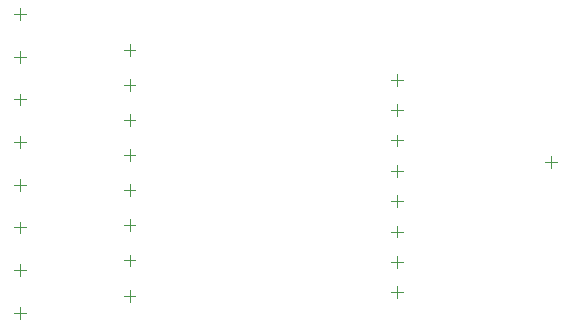
<source format=gbr>
%TF.GenerationSoftware,Altium Limited,Altium Designer,22.1.2 (22)*%
G04 Layer_Color=0*
%FSLAX26Y26*%
%MOIN*%
%TF.SameCoordinates,26ABD0B8-493F-4C78-88A6-316F46C79C97*%
%TF.FilePolarity,Positive*%
%TF.FileFunction,Other,Top_Component_Center*%
%TF.Part,Single*%
G01*
G75*
%TA.AperFunction,NonConductor*%
%ADD29C,0.003937*%
D29*
X2994331Y2322632D02*
Y2362002D01*
X2974646Y2342317D02*
X3014016D01*
X2994331Y2180489D02*
Y2219859D01*
X2974646Y2200174D02*
X3014016D01*
X2994331Y2464775D02*
Y2504145D01*
X2974646Y2484460D02*
X3014016D01*
X2994331Y2606918D02*
Y2646288D01*
X2974646Y2626603D02*
X3014016D01*
X2994331Y2749061D02*
Y2788430D01*
X2974646Y2768745D02*
X3014016D01*
X2994331Y3033346D02*
Y3072716D01*
X2974646Y3053031D02*
X3014016D01*
X2994331Y2891203D02*
Y2930573D01*
X2974646Y2910888D02*
X3014016D01*
X2994331Y2038347D02*
Y2077716D01*
X2974646Y2058032D02*
X3014016D01*
X4744095Y2559055D02*
X4783465D01*
X4763779Y2539370D02*
Y2578740D01*
X4251968Y2814960D02*
Y2854330D01*
X4232283Y2834645D02*
X4271654D01*
X4251968Y2713723D02*
Y2753093D01*
X4232283Y2733408D02*
X4271654D01*
X4251968Y2612486D02*
Y2651856D01*
X4232283Y2632171D02*
X4271654D01*
X4251968Y2511248D02*
Y2550618D01*
X4232283Y2530933D02*
X4271654D01*
X4251968Y2410011D02*
Y2449381D01*
X4232283Y2429696D02*
X4271654D01*
X4251968Y2308774D02*
Y2348144D01*
X4232283Y2328459D02*
X4271654D01*
X4251968Y2207537D02*
Y2246907D01*
X4232283Y2227222D02*
X4271654D01*
X4251968Y2106299D02*
Y2145669D01*
X4232283Y2125984D02*
X4271654D01*
X3359252Y2095315D02*
Y2134685D01*
X3339567Y2115000D02*
X3378937D01*
X3359252Y2212458D02*
Y2251828D01*
X3339567Y2232143D02*
X3378937D01*
X3359252Y2329601D02*
Y2368971D01*
X3339567Y2349286D02*
X3378937D01*
X3359252Y2446743D02*
Y2486113D01*
X3339567Y2466428D02*
X3378937D01*
X3359252Y2563886D02*
Y2603256D01*
X3339567Y2583571D02*
X3378937D01*
X3359252Y2681029D02*
Y2720399D01*
X3339567Y2700714D02*
X3378937D01*
X3359252Y2798172D02*
Y2837542D01*
X3339567Y2817857D02*
X3378937D01*
X3359252Y2915315D02*
Y2954685D01*
X3339567Y2935000D02*
X3378937D01*
%TF.MD5,aac52c3ed63cefe9f1c83f9b4fc3bcb3*%
M02*

</source>
